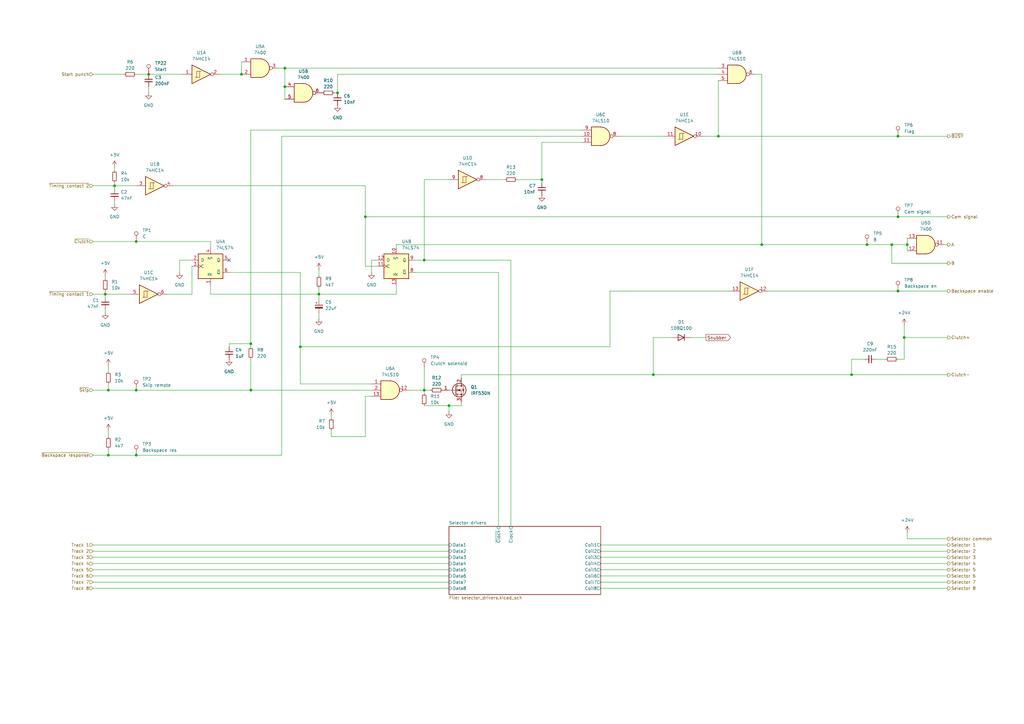
<source format=kicad_sch>
(kicad_sch (version 20231120) (generator "eeschema") (generator_version "8.0")
  (paper "A3")
  (title_block (title "Model 34 tape punch control") (date "2025-04-24") (rev "2.0") (company "Helsinki Hacklab Ry") (comment 1 "Vesa-Pekka Palmu") (comment 2 "License: CERN-OHL-P"))
  (lib_symbols
    (symbol "74xx:7400" (pin_names (offset 1.016))
      (property "Reference" "U" (at 0 1.27 0))
      (property "Value" "7400" (at 0 -1.27 0))
      (symbol "7400_1_1"
        (pin input line (at -7.62 2.54 0) (length 3.81) (name "~") (number "1"))
        (pin input line (at -7.62 -2.54 0) (length 3.81) (name "~") (number "2"))
        (pin output inverted (at 7.62 0 180) (length 3.81) (name "~") (number "3"))
      )
      (symbol "7400_1_2"
        (pin input inverted (at -7.62 2.54 0) (length 4.318) (name "~") (number "1"))
        (pin input inverted (at -7.62 -2.54 0) (length 4.318) (name "~") (number "2"))
        (pin output line (at 7.62 0 180) (length 3.81) (name "~") (number "3"))
      )
      (symbol "7400_2_1"
        (pin input line (at -7.62 2.54 0) (length 3.81) (name "~") (number "4"))
        (pin input line (at -7.62 -2.54 0) (length 3.81) (name "~") (number "5"))
        (pin output inverted (at 7.62 0 180) (length 3.81) (name "~") (number "6"))
      )
      (symbol "7400_2_2"
        (pin input inverted (at -7.62 2.54 0) (length 4.318) (name "~") (number "4"))
        (pin input inverted (at -7.62 -2.54 0) (length 4.318) (name "~") (number "5"))
        (pin output line (at 7.62 0 180) (length 3.81) (name "~") (number "6"))
      )
      (symbol "7400_3_1"
        (pin input line (at -7.62 -2.54 0) (length 3.81) (name "~") (number "10"))
        (pin output inverted (at 7.62 0 180) (length 3.81) (name "~") (number "8"))
        (pin input line (at -7.62 2.54 0) (length 3.81) (name "~") (number "9"))
      )
      (symbol "7400_3_2"
        (pin input inverted (at -7.62 -2.54 0) (length 4.318) (name "~") (number "10"))
        (pin output line (at 7.62 0 180) (length 3.81) (name "~") (number "8"))
        (pin input inverted (at -7.62 2.54 0) (length 4.318) (name "~") (number "9"))
      )
      (symbol "7400_4_1"
        (pin output inverted (at 7.62 0 180) (length 3.81) (name "~") (number "11"))
        (pin input line (at -7.62 2.54 0) (length 3.81) (name "~") (number "12"))
        (pin input line (at -7.62 -2.54 0) (length 3.81) (name "~") (number "13"))
      )
      (symbol "7400_4_2"
        (pin output line (at 7.62 0 180) (length 3.81) (name "~") (number "11"))
        (pin input inverted (at -7.62 2.54 0) (length 4.318) (name "~") (number "12"))
        (pin input inverted (at -7.62 -2.54 0) (length 4.318) (name "~") (number "13"))
      )
      (symbol "7400_5_0"
        (pin power_in line (at 0 12.7 270) (length 5.08) (name "VCC") (number "14"))
        (pin power_in line (at 0 -12.7 90) (length 5.08) (name "GND") (number "7"))
      )
    )
    (symbol "74xx:74HC14" (pin_names (offset 1.016))
      (property "Reference" "U" (at 0 1.27 0))
      (property "Value" "74HC14" (at 0 -1.27 0))
      (symbol "74HC14_1_0"
        (pin input line (at -7.62 0 0) (length 3.81) (name "~") (number "1"))
        (pin output inverted (at 7.62 0 180) (length 3.81) (name "~") (number "2"))
      )
      (symbol "74HC14_2_0"
        (pin input line (at -7.62 0 0) (length 3.81) (name "~") (number "3"))
        (pin output inverted (at 7.62 0 180) (length 3.81) (name "~") (number "4"))
      )
      (symbol "74HC14_3_0"
        (pin input line (at -7.62 0 0) (length 3.81) (name "~") (number "5"))
        (pin output inverted (at 7.62 0 180) (length 3.81) (name "~") (number "6"))
      )
      (symbol "74HC14_4_0"
        (pin output inverted (at 7.62 0 180) (length 3.81) (name "~") (number "8"))
        (pin input line (at -7.62 0 0) (length 3.81) (name "~") (number "9"))
      )
      (symbol "74HC14_5_0"
        (pin output inverted (at 7.62 0 180) (length 3.81) (name "~") (number "10"))
        (pin input line (at -7.62 0 0) (length 3.81) (name "~") (number "11"))
      )
      (symbol "74HC14_6_0"
        (pin output inverted (at 7.62 0 180) (length 3.81) (name "~") (number "12"))
        (pin input line (at -7.62 0 0) (length 3.81) (name "~") (number "13"))
      )
      (symbol "74HC14_7_0"
        (pin power_in line (at 0 12.7 270) (length 5.08) (name "VCC") (number "14"))
        (pin power_in line (at 0 -12.7 90) (length 5.08) (name "GND") (number "7"))
      )
    )
    (symbol "74xx:74LS10" (pin_names (offset 1.016))
      (property "Reference" "U" (at 0 1.27 0))
      (property "Value" "74LS10" (at 0 -1.27 0))
      (symbol "74LS10_1_1"
        (pin input line (at -7.62 2.54 0) (length 3.81) (name "~") (number "1"))
        (pin output inverted (at 7.62 0 180) (length 3.81) (name "~") (number "12"))
        (pin input line (at -7.62 -2.54 0) (length 3.81) (name "~") (number "13"))
        (pin input line (at -7.62 0 0) (length 3.81) (name "~") (number "2"))
      )
      (symbol "74LS10_1_2"
        (pin input inverted (at -7.62 2.54 0) (length 4.318) (name "~") (number "1"))
        (pin output line (at 7.62 0 180) (length 3.81) (name "~") (number "12"))
        (pin input inverted (at -7.62 -2.54 0) (length 4.318) (name "~") (number "13"))
        (pin input inverted (at -7.62 0 0) (length 4.953) (name "~") (number "2"))
      )
      (symbol "74LS10_2_1"
        (pin input line (at -7.62 2.54 0) (length 3.81) (name "~") (number "3"))
        (pin input line (at -7.62 0 0) (length 3.81) (name "~") (number "4"))
        (pin input line (at -7.62 -2.54 0) (length 3.81) (name "~") (number "5"))
        (pin output inverted (at 7.62 0 180) (length 3.81) (name "~") (number "6"))
      )
      (symbol "74LS10_2_2"
        (pin input inverted (at -7.62 2.54 0) (length 4.318) (name "~") (number "3"))
        (pin input inverted (at -7.62 0 0) (length 4.953) (name "~") (number "4"))
        (pin input inverted (at -7.62 -2.54 0) (length 4.318) (name "~") (number "5"))
        (pin output line (at 7.62 0 180) (length 3.81) (name "~") (number "6"))
      )
      (symbol "74LS10_3_1"
        (pin input line (at -7.62 0 0) (length 3.81) (name "~") (number "10"))
        (pin input line (at -7.62 -2.54 0) (length 3.81) (name "~") (number "11"))
        (pin output inverted (at 7.62 0 180) (length 3.81) (name "~") (number "8"))
        (pin input line (at -7.62 2.54 0) (length 3.81) (name "~") (number "9"))
      )
      (symbol "74LS10_3_2"
        (pin input inverted (at -7.62 0 0) (length 4.953) (name "~") (number "10"))
        (pin input inverted (at -7.62 -2.54 0) (length 4.318) (name "~") (number "11"))
        (pin output line (at 7.62 0 180) (length 3.81) (name "~") (number "8"))
        (pin input inverted (at -7.62 2.54 0) (length 4.318) (name "~") (number "9"))
      )
      (symbol "74LS10_4_0"
        (pin power_in line (at 0 12.7 270) (length 5.08) (name "VCC") (number "14"))
        (pin power_in line (at 0 -12.7 90) (length 5.08) (name "GND") (number "7"))
      )
    )
    (symbol "74xx:74LS74" (pin_names (offset 1.016))
      (property "Reference" "U" (at -7.62 8.89 0))
      (property "Value" "74LS74" (at -7.62 -8.89 0))
      (symbol "74LS74_1_0"
        (pin input line (at 0 -7.62 90) (length 2.54) (name "~{R}") (number "1"))
        (pin input line (at -7.62 2.54 0) (length 2.54) (name "D") (number "2"))
        (pin input clock (at -7.62 0 0) (length 2.54) (name "C") (number "3"))
        (pin input line (at 0 7.62 270) (length 2.54) (name "~{S}") (number "4"))
        (pin output line (at 7.62 2.54 180) (length 2.54) (name "Q") (number "5"))
        (pin output line (at 7.62 -2.54 180) (length 2.54) (name "~{Q}") (number "6"))
      )
      (symbol "74LS74_2_0"
        (pin input line (at 0 7.62 270) (length 2.54) (name "~{S}") (number "10"))
        (pin input clock (at -7.62 0 0) (length 2.54) (name "C") (number "11"))
        (pin input line (at -7.62 2.54 0) (length 2.54) (name "D") (number "12"))
        (pin input line (at 0 -7.62 90) (length 2.54) (name "~{R}") (number "13"))
        (pin output line (at 7.62 -2.54 180) (length 2.54) (name "~{Q}") (number "8"))
        (pin output line (at 7.62 2.54 180) (length 2.54) (name "Q") (number "9"))
      )
      (symbol "74LS74_3_0"
        (pin power_in line (at 0 10.16 270) (length 2.54) (name "VCC") (number "14"))
        (pin power_in line (at 0 -10.16 90) (length 2.54) (name "GND") (number "7"))
      )
    )
    (symbol "Connector:TestPoint" (pin_numbers hide) (pin_names (offset 0.762) hide)
      (property "Reference" "TP" (at 0 6.858 0))
      (property "Value" "TestPoint" (at 0 5.08 0))
      (symbol "TestPoint_1_1"
        (pin passive line (at 0 0 90) (length 2.54) (name "1") (number "1"))
      )
    )
    (symbol "Device:C_Polarized_Small" (pin_numbers hide) (pin_names (offset 0.254) hide)
      (property "Reference" "C" (at 0.254 1.778 0))
      (property "Value" "C_Polarized_Small" (at 0.254 -2.032 0))
      (symbol "C_Polarized_Small_1_1"
        (pin passive line (at 0 2.54 270) (length 1.8542) (name "~") (number "1"))
        (pin passive line (at 0 -2.54 90) (length 1.8542) (name "~") (number "2"))
      )
    )
    (symbol "Device:C_Small" (pin_numbers hide) (pin_names (offset 0.254) hide)
      (property "Reference" "C" (at 0.254 1.778 0))
      (property "Value" "C_Small" (at 0.254 -2.032 0))
      (symbol "C_Small_1_1"
        (pin passive line (at 0 2.54 270) (length 2.032) (name "~") (number "1"))
        (pin passive line (at 0 -2.54 90) (length 2.032) (name "~") (number "2"))
      )
    )
    (symbol "Device:D" (pin_numbers hide) (pin_names (offset 1.016) hide)
      (property "Reference" "D" (at 0 2.54 0))
      (property "Value" "D" (at 0 -2.54 0))
      (symbol "D_1_1"
        (pin passive line (at -3.81 0 0) (length 2.54) (name "K") (number "1"))
        (pin passive line (at 3.81 0 180) (length 2.54) (name "A") (number "2"))
      )
    )
    (symbol "Device:R_Small" (pin_numbers hide) (pin_names (offset 0.254) hide)
      (property "Reference" "R" (at 0.762 0.508 0))
      (property "Value" "R_Small" (at 0.762 -1.016 0))
      (symbol "R_Small_1_1"
        (pin passive line (at 0 2.54 270) (length 0.762) (name "~") (number "1"))
        (pin passive line (at 0 -2.54 90) (length 0.762) (name "~") (number "2"))
      )
    )
    (symbol "Transistor_FET:IRF540N" (pin_names hide)
      (property "Reference" "Q" (at 5.08 1.905 0))
      (property "Value" "IRF540N" (at 5.08 0 0))
      (symbol "IRF540N_1_1"
        (pin input line (at -5.08 0 0) (length 2.54) (name "G") (number "1"))
        (pin passive line (at 2.54 5.08 270) (length 2.54) (name "D") (number "2"))
        (pin passive line (at 2.54 -5.08 90) (length 2.54) (name "S") (number "3"))
      )
    )
    (symbol "power:+24V" (power) (pin_numbers hide) (pin_names (offset 0) hide)
      (property "Value" "+24V" (at 0 3.556 0))
      (symbol "+24V_1_1"
        (pin power_in line (at 0 0 90) (length 0) (name "~") (number "1"))
      )
    )
    (symbol "power:+5V" (power) (pin_numbers hide) (pin_names (offset 0) hide)
      (property "Value" "+5V" (at 0 3.556 0))
      (symbol "+5V_1_1"
        (pin power_in line (at 0 0 90) (length 0) (name "~") (number "1"))
      )
    )
    (symbol "power:GND" (power) (pin_numbers hide) (pin_names (offset 0) hide)
      (property "Value" "GND" (at 0 -3.81 0))
      (symbol "GND_1_1"
        (pin power_in line (at 0 0 270) (length 0) (name "~") (number "1"))
      )
    )
  )
  (junction (at 55.88 99.06))
  (junction (at 368.3 119.38))
  (junction (at 55.88 160.02))
  (junction (at 43.18 120.65))
  (junction (at 149.86 88.9))
  (junction (at 123.19 142.24))
  (junction (at 365.76 100.33))
  (junction (at 44.45 186.69))
  (junction (at 267.97 153.67))
  (junction (at 130.81 120.65))
  (junction (at 102.87 140.97))
  (junction (at 370.84 138.43))
  (junction (at 368.3 88.9))
  (junction (at 312.42 100.33))
  (junction (at 173.99 106.68))
  (junction (at 60.96 30.48))
  (junction (at 372.11 100.33))
  (junction (at 173.99 160.02))
  (junction (at 222.25 73.66))
  (junction (at 55.88 186.69))
  (junction (at 116.84 27.94))
  (junction (at 184.15 166.37))
  (junction (at 355.6 100.33))
  (junction (at 44.45 160.02))
  (junction (at 294.64 55.88))
  (junction (at 46.99 76.2))
  (junction (at 349.25 153.67))
  (junction (at 138.43 38.1))
  (junction (at 102.87 160.02))
  (junction (at 99.06 30.48))
  (junction (at 368.3 55.88))
  (junction (at 116.84 35.56))
  (no_connect (at 93.98 106.68))
  (wire (pts (xy 199.39 73.66) (xy 207.01 73.66)))
  (wire (pts (xy 209.55 215.9) (xy 209.55 106.68)))
  (wire (pts (xy 130.81 128.27) (xy 130.81 130.81)))
  (wire (pts (xy 250.19 142.24) (xy 123.19 142.24)))
  (wire (pts (xy 365.76 107.95) (xy 365.76 100.33)))
  (wire (pts (xy 152.4 157.48) (xy 123.19 157.48)))
  (wire (pts (xy 114.3 27.94) (xy 116.84 27.94)))
  (wire (pts (xy 355.6 100.33) (xy 365.76 100.33)))
  (wire (pts (xy 43.18 119.38) (xy 43.18 120.65)))
  (wire (pts (xy 370.84 133.35) (xy 370.84 138.43)))
  (wire (pts (xy 55.88 30.48) (xy 60.96 30.48)))
  (wire (pts (xy 38.1 120.65) (xy 43.18 120.65)))
  (wire (pts (xy 372.11 100.33) (xy 365.76 100.33)))
  (wire (pts (xy 372.11 218.44) (xy 372.11 220.98)))
  (wire (pts (xy 73.66 106.68) (xy 73.66 111.76)))
  (wire (pts (xy 370.84 138.43) (xy 370.84 147.32)))
  (wire (pts (xy 189.23 153.67) (xy 189.23 154.94)))
  (wire (pts (xy 238.76 58.42) (xy 222.25 58.42)))
  (wire (pts (xy 254 55.88) (xy 273.05 55.88)))
  (wire (pts (xy 246.38 223.52) (xy 388.62 223.52)))
  (wire (pts (xy 149.86 76.2) (xy 149.86 88.9)))
  (wire (pts (xy 288.29 55.88) (xy 294.64 55.88)))
  (wire (pts (xy 267.97 138.43) (xy 267.97 153.67)))
  (wire (pts (xy 38.1 236.22) (xy 184.15 236.22)))
  (wire (pts (xy 46.99 82.55) (xy 46.99 83.82)))
  (wire (pts (xy 349.25 147.32) (xy 349.25 153.67)))
  (wire (pts (xy 312.42 30.48) (xy 312.42 100.33)))
  (wire (pts (xy 44.45 176.53) (xy 44.45 179.07)))
  (wire (pts (xy 130.81 118.11) (xy 130.81 120.65)))
  (wire (pts (xy 370.84 138.43) (xy 388.62 138.43)))
  (wire (pts (xy 388.62 100.33) (xy 387.35 100.33)))
  (wire (pts (xy 204.47 215.9) (xy 204.47 111.76)))
  (wire (pts (xy 86.36 99.06) (xy 86.36 101.6)))
  (wire (pts (xy 46.99 68.58) (xy 46.99 69.85)))
  (wire (pts (xy 149.86 162.56) (xy 149.86 179.07)))
  (wire (pts (xy 184.15 168.91) (xy 184.15 166.37)))
  (wire (pts (xy 372.11 220.98) (xy 388.62 220.98)))
  (wire (pts (xy 130.81 120.65) (xy 162.56 120.65)))
  (wire (pts (xy 154.94 109.22) (xy 149.86 109.22)))
  (wire (pts (xy 38.1 186.69) (xy 44.45 186.69)))
  (wire (pts (xy 250.19 119.38) (xy 299.72 119.38)))
  (wire (pts (xy 102.87 160.02) (xy 152.4 160.02)))
  (wire (pts (xy 246.38 236.22) (xy 388.62 236.22)))
  (wire (pts (xy 246.38 241.3) (xy 388.62 241.3)))
  (wire (pts (xy 43.18 113.03) (xy 43.18 114.3)))
  (wire (pts (xy 138.43 30.48) (xy 294.64 30.48)))
  (wire (pts (xy 184.15 166.37) (xy 189.23 166.37)))
  (wire (pts (xy 152.4 106.68) (xy 154.94 106.68)))
  (wire (pts (xy 246.38 231.14) (xy 388.62 231.14)))
  (wire (pts (xy 44.45 149.86) (xy 44.45 152.4)))
  (wire (pts (xy 246.38 226.06) (xy 388.62 226.06)))
  (wire (pts (xy 149.86 162.56) (xy 152.4 162.56)))
  (wire (pts (xy 222.25 73.66) (xy 222.25 74.93)))
  (wire (pts (xy 135.89 170.18) (xy 135.89 171.45)))
  (wire (pts (xy 38.1 30.48) (xy 50.8 30.48)))
  (wire (pts (xy 44.45 184.15) (xy 44.45 186.69)))
  (wire (pts (xy 116.84 27.94) (xy 294.64 27.94)))
  (wire (pts (xy 55.88 160.02) (xy 102.87 160.02)))
  (wire (pts (xy 222.25 58.42) (xy 222.25 73.66)))
  (wire (pts (xy 189.23 165.1) (xy 189.23 166.37)))
  (wire (pts (xy 173.99 151.13) (xy 173.99 160.02)))
  (wire (pts (xy 99.06 25.4) (xy 99.06 30.48)))
  (wire (pts (xy 130.81 120.65) (xy 130.81 123.19)))
  (wire (pts (xy 130.81 110.49) (xy 130.81 113.03)))
  (wire (pts (xy 138.43 30.48) (xy 138.43 38.1)))
  (wire (pts (xy 173.99 73.66) (xy 184.15 73.66)))
  (wire (pts (xy 60.96 30.48) (xy 74.93 30.48)))
  (wire (pts (xy 43.18 127) (xy 43.18 128.27)))
  (wire (pts (xy 246.38 238.76) (xy 388.62 238.76)))
  (wire (pts (xy 167.64 160.02) (xy 173.99 160.02)))
  (wire (pts (xy 93.98 140.97) (xy 102.87 140.97)))
  (wire (pts (xy 314.96 119.38) (xy 368.3 119.38)))
  (wire (pts (xy 222.25 73.66) (xy 212.09 73.66)))
  (wire (pts (xy 38.1 233.68) (xy 184.15 233.68)))
  (wire (pts (xy 44.45 186.69) (xy 55.88 186.69)))
  (wire (pts (xy 90.17 30.48) (xy 99.06 30.48)))
  (wire (pts (xy 55.88 99.06) (xy 86.36 99.06)))
  (wire (pts (xy 78.74 106.68) (xy 73.66 106.68)))
  (wire (pts (xy 43.18 120.65) (xy 43.18 121.92)))
  (wire (pts (xy 38.1 228.6) (xy 184.15 228.6)))
  (wire (pts (xy 46.99 74.93) (xy 46.99 76.2)))
  (wire (pts (xy 102.87 140.97) (xy 102.87 142.24)))
  (wire (pts (xy 38.1 231.14) (xy 184.15 231.14)))
  (wire (pts (xy 38.1 241.3) (xy 184.15 241.3)))
  (wire (pts (xy 309.88 30.48) (xy 312.42 30.48)))
  (wire (pts (xy 46.99 76.2) (xy 55.88 76.2)))
  (wire (pts (xy 275.59 138.43) (xy 267.97 138.43)))
  (wire (pts (xy 267.97 153.67) (xy 349.25 153.67)))
  (wire (pts (xy 294.64 33.02) (xy 294.64 55.88)))
  (wire (pts (xy 162.56 100.33) (xy 312.42 100.33)))
  (wire (pts (xy 135.89 179.07) (xy 149.86 179.07)))
  (wire (pts (xy 388.62 107.95) (xy 365.76 107.95)))
  (wire (pts (xy 204.47 111.76) (xy 170.18 111.76)))
  (wire (pts (xy 38.1 76.2) (xy 46.99 76.2)))
  (wire (pts (xy 115.57 55.88) (xy 238.76 55.88)))
  (wire (pts (xy 388.62 119.38) (xy 368.3 119.38)))
  (wire (pts (xy 173.99 160.02) (xy 173.99 161.29)))
  (wire (pts (xy 173.99 160.02) (xy 176.53 160.02)))
  (wire (pts (xy 173.99 73.66) (xy 173.99 106.68)))
  (wire (pts (xy 93.98 142.24) (xy 93.98 140.97)))
  (wire (pts (xy 162.56 120.65) (xy 162.56 116.84)))
  (wire (pts (xy 368.3 147.32) (xy 370.84 147.32)))
  (wire (pts (xy 102.87 147.32) (xy 102.87 160.02)))
  (wire (pts (xy 312.42 100.33) (xy 355.6 100.33)))
  (wire (pts (xy 86.36 116.84) (xy 86.36 120.65)))
  (wire (pts (xy 71.12 76.2) (xy 149.86 76.2)))
  (wire (pts (xy 44.45 157.48) (xy 44.45 160.02)))
  (wire (pts (xy 162.56 100.33) (xy 162.56 101.6)))
  (wire (pts (xy 93.98 111.76) (xy 123.19 111.76)))
  (wire (pts (xy 116.84 35.56) (xy 116.84 27.94)))
  (wire (pts (xy 135.89 176.53) (xy 135.89 179.07)))
  (wire (pts (xy 38.1 223.52) (xy 184.15 223.52)))
  (wire (pts (xy 349.25 153.67) (xy 388.62 153.67)))
  (wire (pts (xy 372.11 100.33) (xy 372.11 102.87)))
  (wire (pts (xy 115.57 55.88) (xy 115.57 186.69)))
  (wire (pts (xy 359.41 147.32) (xy 363.22 147.32)))
  (wire (pts (xy 152.4 106.68) (xy 152.4 111.76)))
  (wire (pts (xy 44.45 160.02) (xy 55.88 160.02)))
  (wire (pts (xy 294.64 55.88) (xy 368.3 55.88)))
  (wire (pts (xy 283.21 138.43) (xy 289.56 138.43)))
  (wire (pts (xy 55.88 186.69) (xy 115.57 186.69)))
  (wire (pts (xy 189.23 153.67) (xy 267.97 153.67)))
  (wire (pts (xy 246.38 233.68) (xy 388.62 233.68)))
  (wire (pts (xy 60.96 35.56) (xy 60.96 38.1)))
  (wire (pts (xy 86.36 120.65) (xy 130.81 120.65)))
  (wire (pts (xy 250.19 119.38) (xy 250.19 142.24)))
  (wire (pts (xy 123.19 111.76) (xy 123.19 142.24)))
  (wire (pts (xy 38.1 226.06) (xy 184.15 226.06)))
  (wire (pts (xy 43.18 120.65) (xy 53.34 120.65)))
  (wire (pts (xy 246.38 228.6) (xy 388.62 228.6)))
  (wire (pts (xy 123.19 142.24) (xy 123.19 157.48)))
  (wire (pts (xy 170.18 106.68) (xy 173.99 106.68)))
  (wire (pts (xy 38.1 238.76) (xy 184.15 238.76)))
  (wire (pts (xy 149.86 88.9) (xy 368.3 88.9)))
  (wire (pts (xy 38.1 160.02) (xy 44.45 160.02)))
  (wire (pts (xy 46.99 76.2) (xy 46.99 77.47)))
  (wire (pts (xy 368.3 55.88) (xy 388.62 55.88)))
  (wire (pts (xy 372.11 97.79) (xy 372.11 100.33)))
  (wire (pts (xy 137.16 38.1) (xy 138.43 38.1)))
  (wire (pts (xy 102.87 140.97) (xy 102.87 53.34)))
  (wire (pts (xy 78.74 120.65) (xy 78.74 109.22)))
  (wire (pts (xy 368.3 88.9) (xy 388.62 88.9)))
  (wire (pts (xy 173.99 106.68) (xy 209.55 106.68)))
  (wire (pts (xy 354.33 147.32) (xy 349.25 147.32)))
  (wire (pts (xy 102.87 53.34) (xy 238.76 53.34)))
  (wire (pts (xy 38.1 99.06) (xy 55.88 99.06)))
  (wire (pts (xy 184.15 166.37) (xy 173.99 166.37)))
  (wire (pts (xy 149.86 88.9) (xy 149.86 109.22)))
  (wire (pts (xy 116.84 35.56) (xy 116.84 40.64)))
  (wire (pts (xy 68.58 120.65) (xy 78.74 120.65)))
  (global_label "Snubber" (shape output) (at 289.56 138.43 0) (property "Intersheetrefs" "${INTERSHEET_REFS}" (effects (hide yes))))
  (hierarchical_label "Clutch+" (shape output) (at 388.62 138.43 0))
  (hierarchical_label "Selector 5" (shape output) (at 388.62 233.68 0))
  (hierarchical_label "Selector 8" (shape output) (at 388.62 241.3 0))
  (hierarchical_label "Track 2" (shape input) (at 38.1 226.06 180))
  (hierarchical_label "~{Skip}" (shape input) (at 38.1 160.02 180))
  (hierarchical_label "Selector 1" (shape output) (at 388.62 223.52 0))
  (hierarchical_label "~{Timing contact 2}" (shape input) (at 38.1 76.2 180))
  (hierarchical_label "Clutch-" (shape output) (at 388.62 153.67 0))
  (hierarchical_label "Selector 3" (shape output) (at 388.62 228.6 0))
  (hierarchical_label "Start punch" (shape input) (at 38.1 30.48 180))
  (hierarchical_label "Selector common" (shape output) (at 388.62 220.98 0))
  (hierarchical_label "Backspace enable" (shape output) (at 388.62 119.38 0))
  (hierarchical_label "Track 1" (shape input) (at 38.1 223.52 180))
  (hierarchical_label "Track 5" (shape input) (at 38.1 233.68 180))
  (hierarchical_label "Track 8" (shape input) (at 38.1 241.3 180))
  (hierarchical_label "Track 4" (shape input) (at 38.1 231.14 180))
  (hierarchical_label "Selector 2" (shape output) (at 388.62 226.06 0))
  (hierarchical_label "Cam signal" (shape output) (at 388.62 88.9 0))
  (hierarchical_label "Track 3" (shape input) (at 38.1 228.6 180))
  (hierarchical_label "~{Backspace response}" (shape input) (at 38.1 186.69 180))
  (hierarchical_label "Selector 6" (shape output) (at 388.62 236.22 0))
  (hierarchical_label "A" (shape output) (at 388.62 100.33 0))
  (hierarchical_label "Track 7" (shape input) (at 38.1 238.76 180))
  (hierarchical_label "Track 6" (shape input) (at 38.1 236.22 180))
  (hierarchical_label "Selector 4" (shape output) (at 388.62 231.14 0))
  (hierarchical_label "~{Clutch}" (shape input) (at 38.1 99.06 180))
  (hierarchical_label "~{BUSY}" (shape output) (at 388.62 55.88 0))
  (hierarchical_label "B" (shape output) (at 388.62 107.95 0))
  (hierarchical_label "Selector 7" (shape output) (at 388.62 238.76 0))
  (hierarchical_label "~{Timing contact 1}" (shape input) (at 38.1 120.65 180))
  (symbol (lib_id "74xx:74HC14") (at 60.96 120.65 0) (unit 3)
    (property "Reference" "U1" (at 60.96 111.76 0))
    (property "Value" "74HC14" (at 60.96 114.3 0))
    (property "Footprint" "Package_SO:SOIC-14_3.9x8.7mm_P1.27mm" (effects (hide yes)))
    (property "Datasheet" "http://www.ti.com/lit/gpn/sn74HC14" (effects (hide yes)))
    (property "Description" "Hex inverter schmitt trigger" (effects (hide yes)))
  )
  (symbol (lib_id "Connector:TestPoint") (at 55.88 186.69 0) (unit 1)
    (property "Reference" "TP3" (at 58.42 182.1179 0) (effects (justify left)))
    (property "Value" "Backspace res" (at 58.42 184.6579 0) (effects (justify left)))
    (property "Footprint" "TestPoint:TestPoint_Loop_D2.54mm_Drill1.5mm_Beaded" (effects (hide yes)))
    (property "Description" "test point" (effects (hide yes)))
  )
  (symbol (lib_id "Device:R_Small") (at 209.55 73.66 270) (mirror x) (unit 1)
    (property "Reference" "R13" (at 209.55 68.58 90))
    (property "Value" "220" (at 209.55 71.12 90))
    (property "Footprint" "Resistor_SMD:R_0805_2012Metric_Pad1.20x1.40mm_HandSolder" (effects (hide yes)))
    (property "Description" "Resistor, small symbol" (effects (hide yes)))
  )
  (symbol (lib_id "74xx:7400") (at 106.68 27.94 0) (unit 1)
    (property "Reference" "U5" (at 106.6717 19.05 0))
    (property "Value" "7400" (at 106.6717 21.59 0))
    (property "Footprint" "Package_SO:SOIC-14_3.9x8.7mm_P1.27mm" (effects (hide yes)))
    (property "Datasheet" "http://www.ti.com/lit/gpn/sn7400" (effects (hide yes)))
    (property "Description" "quad 2-input NAND gate" (effects (hide yes)))
  )
  (symbol (lib_id "74xx:74LS74") (at 86.36 109.22 0) (unit 1)
    (property "Reference" "U4" (at 88.5541 99.06 0) (effects (justify left)))
    (property "Value" "74LS74" (at 88.5541 101.6 0) (effects (justify left)))
    (property "Footprint" "Package_SO:SOIC-14_3.9x8.7mm_P1.27mm" (effects (hide yes)))
    (property "Datasheet" "74xx/74hc_hct74.pdf" (effects (hide yes)))
    (property "Description" "Dual D Flip-flop, Set & Reset" (effects (hide yes)))
  )
  (symbol (lib_id "power:GND") (at 46.99 83.82 0) (mirror y) (unit 1)
    (property "Reference" "#PWR06" (effects (hide yes)))
    (property "Value" "GND" (at 46.99 88.9 0))
    (property "Description" "Power symbol creates a global label with name \"GND\" , ground" (effects (hide yes)))
  )
  (symbol (lib_id "Device:R_Small") (at 102.87 144.78 0) (unit 1)
    (property "Reference" "R8" (at 105.41 143.5099 0) (effects (justify left)))
    (property "Value" "220" (at 105.41 146.0499 0) (effects (justify left)))
    (property "Footprint" "Resistor_SMD:R_0805_2012Metric_Pad1.20x1.40mm_HandSolder" (effects (hide yes)))
    (property "Description" "Resistor, small symbol" (effects (hide yes)))
  )
  (symbol (lib_id "power:GND") (at 222.25 80.01 0) (mirror y) (unit 1)
    (property "Reference" "#PWR025" (effects (hide yes)))
    (property "Value" "GND" (at 222.25 85.09 0))
    (property "Description" "Power symbol creates a global label with name \"GND\" , ground" (effects (hide yes)))
  )
  (symbol (lib_id "Device:R_Small") (at 135.89 173.99 0) (mirror y) (unit 1)
    (property "Reference" "R7" (at 133.35 172.7199 0) (effects (justify left)))
    (property "Value" "10k" (at 133.35 175.2599 0) (effects (justify left)))
    (property "Footprint" "Resistor_SMD:R_0805_2012Metric_Pad1.20x1.40mm_HandSolder" (effects (hide yes)))
    (property "Description" "Resistor, small symbol" (effects (hide yes)))
  )
  (symbol (lib_id "Device:C_Small") (at 43.18 124.46 0) (mirror y) (unit 1)
    (property "Reference" "C1" (at 40.64 123.1962 0) (effects (justify left)))
    (property "Value" "47nF" (at 40.64 125.7362 0) (effects (justify left)))
    (property "Footprint" "Capacitor_SMD:C_0805_2012Metric_Pad1.18x1.45mm_HandSolder" (effects (hide yes)))
    (property "Description" "Unpolarized capacitor, small symbol" (effects (hide yes)))
  )
  (symbol (lib_id "Connector:TestPoint") (at 368.3 88.9 0) (unit 1)
    (property "Reference" "TP7" (at 370.84 84.3279 0) (effects (justify left)))
    (property "Value" "Cam signal" (at 370.84 86.8679 0) (effects (justify left)))
    (property "Footprint" "TestPoint:TestPoint_Loop_D2.54mm_Drill1.5mm_Beaded" (effects (hide yes)))
    (property "Description" "test point" (effects (hide yes)))
  )
  (symbol (lib_id "74xx:74LS10") (at 160.02 160.02 0) (unit 1)
    (property "Reference" "U6" (at 160.0117 151.13 0))
    (property "Value" "74LS10" (at 160.0117 153.67 0))
    (property "Footprint" "Package_SO:SOIC-14_3.9x8.7mm_P1.27mm" (effects (hide yes)))
    (property "Datasheet" "http://www.ti.com/lit/gpn/sn74LS10" (effects (hide yes)))
    (property "Description" "Triple 3-input NAND" (effects (hide yes)))
  )
  (symbol (lib_id "power:+5V") (at 44.45 176.53 0) (unit 1)
    (property "Reference" "#PWR03" (effects (hide yes)))
    (property "Value" "+5V" (at 44.45 171.45 0))
    (property "Description" "Power symbol creates a global label with name \"+5V\"" (effects (hide yes)))
  )
  (symbol (lib_id "Device:C_Small") (at 222.25 77.47 0) (mirror y) (unit 1)
    (property "Reference" "C7" (at 219.71 76.2062 0) (effects (justify left)))
    (property "Value" "10nF" (at 219.71 78.7462 0) (effects (justify left)))
    (property "Footprint" "Capacitor_SMD:C_0805_2012Metric_Pad1.18x1.45mm_HandSolder" (effects (hide yes)))
    (property "Description" "Unpolarized capacitor, small symbol" (effects (hide yes)))
  )
  (symbol (lib_id "74xx:74HC14") (at 82.55 30.48 0) (unit 1)
    (property "Reference" "U1" (at 82.55 21.59 0))
    (property "Value" "74HC14" (at 82.55 24.13 0))
    (property "Footprint" "Package_SO:SOIC-14_3.9x8.7mm_P1.27mm" (effects (hide yes)))
    (property "Datasheet" "http://www.ti.com/lit/gpn/sn74HC14" (effects (hide yes)))
    (property "Description" "Hex inverter schmitt trigger" (effects (hide yes)))
  )
  (symbol (lib_id "Device:R_Small") (at 365.76 147.32 90) (unit 1)
    (property "Reference" "R15" (at 365.76 142.24 90))
    (property "Value" "220" (at 365.76 144.78 90))
    (property "Footprint" "Resistor_SMD:R_0805_2012Metric_Pad1.20x1.40mm_HandSolder" (effects (hide yes)))
    (property "Description" "Resistor, small symbol" (effects (hide yes)))
  )
  (symbol (lib_id "Device:C_Small") (at 60.96 33.02 0) (unit 1)
    (property "Reference" "C3" (at 63.5 31.7562 0) (effects (justify left)))
    (property "Value" "200nF" (at 63.5 34.2962 0) (effects (justify left)))
    (property "Footprint" "Capacitor_SMD:C_0805_2012Metric_Pad1.18x1.45mm_HandSolder" (effects (hide yes)))
    (property "Description" "Unpolarized capacitor, small symbol" (effects (hide yes)))
  )
  (symbol (lib_id "power:GND") (at 184.15 168.91 0) (unit 1)
    (property "Reference" "#PWR022" (effects (hide yes)))
    (property "Value" "GND" (at 184.15 173.99 0))
    (property "Description" "Power symbol creates a global label with name \"GND\" , ground" (effects (hide yes)))
  )
  (symbol (lib_id "Connector:TestPoint") (at 368.3 119.38 0) (unit 1)
    (property "Reference" "TP8" (at 370.84 114.8079 0) (effects (justify left)))
    (property "Value" "Backspace en" (at 370.84 117.3479 0) (effects (justify left)))
    (property "Footprint" "TestPoint:TestPoint_Loop_D2.54mm_Drill1.5mm_Beaded" (effects (hide yes)))
    (property "Description" "test point" (effects (hide yes)))
  )
  (symbol (lib_id "Connector:TestPoint") (at 60.96 30.48 0) (unit 1)
    (property "Reference" "TP22" (at 63.5 25.9079 0) (effects (justify left)))
    (property "Value" "Start" (at 63.5 28.4479 0) (effects (justify left)))
    (property "Footprint" "TestPoint:TestPoint_Loop_D2.54mm_Drill1.5mm_Beaded" (effects (hide yes)))
    (property "Description" "test point" (effects (hide yes)))
  )
  (symbol (lib_id "power:GND") (at 93.98 147.32 0) (unit 1)
    (property "Reference" "#PWR017" (effects (hide yes)))
    (property "Value" "GND" (at 93.98 152.4 0))
    (property "Description" "Power symbol creates a global label with name \"GND\" , ground" (effects (hide yes)))
  )
  (symbol (lib_id "74xx:74LS74") (at 162.56 109.22 0) (unit 2)
    (property "Reference" "U4" (at 164.7541 99.06 0) (effects (justify left)))
    (property "Value" "74LS74" (at 164.7541 101.6 0) (effects (justify left)))
    (property "Footprint" "Package_SO:SOIC-14_3.9x8.7mm_P1.27mm" (effects (hide yes)))
    (property "Datasheet" "74xx/74hc_hct74.pdf" (effects (hide yes)))
    (property "Description" "Dual D Flip-flop, Set & Reset" (effects (hide yes)))
  )
  (symbol (lib_id "power:GND") (at 60.96 38.1 0) (unit 1)
    (property "Reference" "#PWR011" (effects (hide yes)))
    (property "Value" "GND" (at 60.96 43.18 0))
    (property "Description" "Power symbol creates a global label with name \"GND\" , ground" (effects (hide yes)))
  )
  (symbol (lib_id "74xx:74LS10") (at 302.26 30.48 0) (unit 2)
    (property "Reference" "U6" (at 302.2517 21.59 0))
    (property "Value" "74LS10" (at 302.2517 24.13 0))
    (property "Footprint" "Package_SO:SOIC-14_3.9x8.7mm_P1.27mm" (effects (hide yes)))
    (property "Datasheet" "http://www.ti.com/lit/gpn/sn74LS10" (effects (hide yes)))
    (property "Description" "Triple 3-input NAND" (effects (hide yes)))
  )
  (symbol (lib_id "power:+5V") (at 135.89 170.18 0) (mirror y) (unit 1)
    (property "Reference" "#PWR08" (effects (hide yes)))
    (property "Value" "+5V" (at 135.89 165.1 0))
    (property "Description" "Power symbol creates a global label with name \"+5V\"" (effects (hide yes)))
  )
  (symbol (lib_id "Connector:TestPoint") (at 355.6 100.33 0) (unit 1)
    (property "Reference" "TP5" (at 358.14 95.7579 0) (effects (justify left)))
    (property "Value" "B" (at 358.14 98.2979 0) (effects (justify left)))
    (property "Footprint" "TestPoint:TestPoint_Loop_D2.54mm_Drill1.5mm_Beaded" (effects (hide yes)))
    (property "Description" "test point" (effects (hide yes)))
  )
  (symbol (lib_id "74xx:74HC14") (at 307.34 119.38 0) (unit 6)
    (property "Reference" "U1" (at 307.34 110.49 0))
    (property "Value" "74HC14" (at 307.34 113.03 0))
    (property "Footprint" "Package_SO:SOIC-14_3.9x8.7mm_P1.27mm" (effects (hide yes)))
    (property "Datasheet" "http://www.ti.com/lit/gpn/sn74HC14" (effects (hide yes)))
    (property "Description" "Hex inverter schmitt trigger" (effects (hide yes)))
  )
  (symbol (lib_id "power:+5V") (at 46.99 68.58 0) (mirror y) (unit 1)
    (property "Reference" "#PWR05" (effects (hide yes)))
    (property "Value" "+5V" (at 46.99 63.5 0))
    (property "Description" "Power symbol creates a global label with name \"+5V\"" (effects (hide yes)))
  )
  (symbol (lib_id "power:GND") (at 138.43 43.18 0) (unit 1)
    (property "Reference" "#PWR020" (effects (hide yes)))
    (property "Value" "GND" (at 138.43 48.26 0))
    (property "Description" "Power symbol creates a global label with name \"GND\" , ground" (effects (hide yes)))
  )
  (symbol (lib_id "power:GND") (at 73.66 111.76 0) (unit 1)
    (property "Reference" "#PWR014" (effects (hide yes)))
    (property "Value" "GND" (at 73.66 116.84 0))
    (property "Description" "Power symbol creates a global label with name \"GND\" , ground" (effects (hide yes)))
  )
  (symbol (lib_id "Connector:TestPoint") (at 173.99 151.13 0) (unit 1)
    (property "Reference" "TP4" (at 176.53 146.5579 0) (effects (justify left)))
    (property "Value" "Clutch solenoid" (at 176.53 149.0979 0) (effects (justify left)))
    (property "Footprint" "TestPoint:TestPoint_Loop_D2.54mm_Drill1.5mm_Beaded" (effects (hide yes)))
    (property "Description" "test point" (effects (hide yes)))
  )
  (symbol (lib_id "power:+5V") (at 44.45 149.86 0) (unit 1)
    (property "Reference" "#PWR04" (effects (hide yes)))
    (property "Value" "+5V" (at 44.45 144.78 0))
    (property "Description" "Power symbol creates a global label with name \"+5V\"" (effects (hide yes)))
  )
  (symbol (lib_id "74xx:7400") (at 379.73 100.33 0) (mirror x) (unit 4)
    (property "Reference" "U5" (at 379.7217 91.44 0))
    (property "Value" "7400" (at 379.7217 93.98 0))
    (property "Footprint" "Package_SO:SOIC-14_3.9x8.7mm_P1.27mm" (effects (hide yes)))
    (property "Datasheet" "http://www.ti.com/lit/gpn/sn7400" (effects (hide yes)))
    (property "Description" "quad 2-input NAND gate" (effects (hide yes)))
  )
  (symbol (lib_id "Device:R_Small") (at 53.34 30.48 270) (unit 1)
    (property "Reference" "R6" (at 53.34 25.4 90))
    (property "Value" "220" (at 53.34 27.94 90))
    (property "Footprint" "Resistor_SMD:R_0805_2012Metric_Pad1.20x1.40mm_HandSolder" (effects (hide yes)))
    (property "Description" "Resistor, small symbol" (effects (hide yes)))
  )
  (symbol (lib_id "Connector:TestPoint") (at 55.88 160.02 0) (unit 1)
    (property "Reference" "TP2" (at 58.42 155.4479 0) (effects (justify left)))
    (property "Value" "Skip remote" (at 58.42 157.9879 0) (effects (justify left)))
    (property "Footprint" "TestPoint:TestPoint_Loop_D2.54mm_Drill1.5mm_Beaded" (effects (hide yes)))
    (property "Description" "test point" (effects (hide yes)))
  )
  (symbol (lib_id "Device:R_Small") (at 44.45 181.61 0) (unit 1)
    (property "Reference" "R2" (at 46.99 180.3399 0) (effects (justify left)))
    (property "Value" "4k7" (at 46.99 182.8799 0) (effects (justify left)))
    (property "Footprint" "Resistor_SMD:R_0805_2012Metric_Pad1.20x1.40mm_HandSolder" (effects (hide yes)))
    (property "Description" "Resistor, small symbol" (effects (hide yes)))
  )
  (symbol (lib_id "Device:D") (at 279.4 138.43 180) (unit 1)
    (property "Reference" "D1" (at 279.4 132.08 0))
    (property "Value" "10BQ100" (at 279.4 134.62 0))
    (property "Footprint" "Diode_SMD:D_SMA-SMB_Universal_Handsoldering" (effects (hide yes)))
    (property "Description" "Diode" (effects (hide yes)))
    (property "Sim.Device" "D" (effects (hide yes)))
    (property "Sim.Pins" "1=K 2=A" (effects (hide yes)))
  )
  (symbol (lib_id "power:GND") (at 43.18 128.27 0) (mirror y) (unit 1)
    (property "Reference" "#PWR02" (effects (hide yes)))
    (property "Value" "GND" (at 43.18 133.35 0))
    (property "Description" "Power symbol creates a global label with name \"GND\" , ground" (effects (hide yes)))
  )
  (symbol (lib_id "74xx:74LS10") (at 246.38 55.88 0) (unit 3)
    (property "Reference" "U6" (at 246.3717 46.99 0))
    (property "Value" "74LS10" (at 246.3717 49.53 0))
    (property "Footprint" "Package_SO:SOIC-14_3.9x8.7mm_P1.27mm" (effects (hide yes)))
    (property "Datasheet" "http://www.ti.com/lit/gpn/sn74LS10" (effects (hide yes)))
    (property "Description" "Triple 3-input NAND" (effects (hide yes)))
  )
  (symbol (lib_id "74xx:7400") (at 124.46 38.1 0) (unit 2)
    (property "Reference" "U5" (at 124.4517 29.21 0))
    (property "Value" "7400" (at 124.4517 31.75 0))
    (property "Footprint" "Package_SO:SOIC-14_3.9x8.7mm_P1.27mm" (effects (hide yes)))
    (property "Datasheet" "http://www.ti.com/lit/gpn/sn7400" (effects (hide yes)))
    (property "Description" "quad 2-input NAND gate" (effects (hide yes)))
  )
  (symbol (lib_id "Device:R_Small") (at 43.18 116.84 0) (mirror y) (unit 1)
    (property "Reference" "R1" (at 45.72 115.5699 0) (effects (justify right)))
    (property "Value" "10k" (at 45.72 118.1099 0) (effects (justify right)))
    (property "Footprint" "Resistor_SMD:R_0805_2012Metric_Pad1.20x1.40mm_HandSolder" (effects (hide yes)))
    (property "Description" "Resistor, small symbol" (effects (hide yes)))
  )
  (symbol (lib_id "Device:R_Small") (at 134.62 38.1 270) (unit 1)
    (property "Reference" "R10" (at 134.62 33.02 90))
    (property "Value" "220" (at 134.62 35.56 90))
    (property "Footprint" "Resistor_SMD:R_0805_2012Metric_Pad1.20x1.40mm_HandSolder" (effects (hide yes)))
    (property "Description" "Resistor, small symbol" (effects (hide yes)))
  )
  (symbol (lib_id "74xx:74HC14") (at 191.77 73.66 0) (unit 4)
    (property "Reference" "U1" (at 191.77 64.77 0))
    (property "Value" "74HC14" (at 191.77 67.31 0))
    (property "Footprint" "Package_SO:SOIC-14_3.9x8.7mm_P1.27mm" (effects (hide yes)))
    (property "Datasheet" "http://www.ti.com/lit/gpn/sn74HC14" (effects (hide yes)))
    (property "Description" "Hex inverter schmitt trigger" (effects (hide yes)))
  )
  (symbol (lib_id "Device:R_Small") (at 130.81 115.57 0) (unit 1)
    (property "Reference" "R9" (at 133.35 114.2999 0) (effects (justify left)))
    (property "Value" "4k7" (at 133.35 116.8399 0) (effects (justify left)))
    (property "Footprint" "Resistor_SMD:R_0805_2012Metric_Pad1.20x1.40mm_HandSolder" (effects (hide yes)))
    (property "Description" "Resistor, small symbol" (effects (hide yes)))
  )
  (symbol (lib_id "power:GND") (at 152.4 111.76 0) (unit 1)
    (property "Reference" "#PWR021" (effects (hide yes)))
    (property "Value" "GND" (at 152.4 116.84 0))
    (property "Description" "Power symbol creates a global label with name \"GND\" , ground" (effects (hide yes)))
  )
  (symbol (lib_id "Device:C_Small") (at 356.87 147.32 270) (unit 1)
    (property "Reference" "C9" (at 356.8636 140.97 90))
    (property "Value" "220nF" (at 356.8636 143.51 90))
    (property "Footprint" "Capacitor_SMD:C_0805_2012Metric_Pad1.18x1.45mm_HandSolder" (effects (hide yes)))
    (property "Description" "Unpolarized capacitor, small symbol" (effects (hide yes)))
  )
  (symbol (lib_id "Device:C_Polarized_Small") (at 130.81 125.73 0) (unit 1)
    (property "Reference" "C5" (at 133.35 123.9138 0) (effects (justify left)))
    (property "Value" "22uF" (at 133.35 126.4538 0) (effects (justify left)))
    (property "Footprint" "Capacitor_Tantalum_SMD:CP_EIA-3528-21_Kemet-B_Pad1.50x2.35mm_HandSolder" (effects (hide yes)))
    (property "Description" "Polarized capacitor, small symbol" (effects (hide yes)))
  )
  (symbol (lib_id "power:+24V") (at 372.11 218.44 0) (unit 1)
    (property "Reference" "#PWR032" (effects (hide yes)))
    (property "Value" "+24V" (at 372.11 213.36 0))
    (property "Description" "Power symbol creates a global label with name \"+24V\"" (effects (hide yes)))
  )
  (symbol (lib_id "Connector:TestPoint") (at 55.88 99.06 0) (unit 1)
    (property "Reference" "TP1" (at 58.42 94.4879 0) (effects (justify left)))
    (property "Value" "C" (at 58.42 97.0279 0) (effects (justify left)))
    (property "Footprint" "TestPoint:TestPoint_Loop_D2.54mm_Drill1.5mm_Beaded" (effects (hide yes)))
    (property "Description" "test point" (effects (hide yes)))
  )
  (symbol (lib_id "power:+5V") (at 43.18 113.03 0) (mirror y) (unit 1)
    (property "Reference" "#PWR01" (effects (hide yes)))
    (property "Value" "+5V" (at 43.18 107.95 0))
    (property "Description" "Power symbol creates a global label with name \"+5V\"" (effects (hide yes)))
  )
  (symbol (lib_id "Device:C_Small") (at 138.43 40.64 0) (unit 1)
    (property "Reference" "C6" (at 140.97 39.3762 0) (effects (justify left)))
    (property "Value" "10nF" (at 140.97 41.9162 0) (effects (justify left)))
    (property "Footprint" "Capacitor_SMD:C_0805_2012Metric_Pad1.18x1.45mm_HandSolder" (effects (hide yes)))
    (property "Description" "Unpolarized capacitor, small symbol" (effects (hide yes)))
  )
  (symbol (lib_id "74xx:74HC14") (at 63.5 76.2 0) (unit 2)
    (property "Reference" "U1" (at 63.5 67.31 0))
    (property "Value" "74HC14" (at 63.5 69.85 0))
    (property "Footprint" "Package_SO:SOIC-14_3.9x8.7mm_P1.27mm" (effects (hide yes)))
    (property "Datasheet" "http://www.ti.com/lit/gpn/sn74HC14" (effects (hide yes)))
    (property "Description" "Hex inverter schmitt trigger" (effects (hide yes)))
  )
  (symbol (lib_id "Device:C_Small") (at 46.99 80.01 0) (mirror y) (unit 1)
    (property "Reference" "C2" (at 49.53 78.7462 0) (effects (justify right)))
    (property "Value" "47nF" (at 49.53 81.2862 0) (effects (justify right)))
    (property "Footprint" "Capacitor_SMD:C_0805_2012Metric_Pad1.18x1.45mm_HandSolder" (effects (hide yes)))
    (property "Description" "Unpolarized capacitor, small symbol" (effects (hide yes)))
  )
  (symbol (lib_id "74xx:74HC14") (at 280.67 55.88 0) (unit 5)
    (property "Reference" "U1" (at 280.67 46.99 0))
    (property "Value" "74HC14" (at 280.67 49.53 0))
    (property "Footprint" "Package_SO:SOIC-14_3.9x8.7mm_P1.27mm" (effects (hide yes)))
    (property "Datasheet" "http://www.ti.com/lit/gpn/sn74HC14" (effects (hide yes)))
    (property "Description" "Hex inverter schmitt trigger" (effects (hide yes)))
  )
  (symbol (lib_id "Connector:TestPoint") (at 368.3 55.88 0) (unit 1)
    (property "Reference" "TP6" (at 370.84 51.3079 0) (effects (justify left)))
    (property "Value" "Flag" (at 370.84 53.8479 0) (effects (justify left)))
    (property "Footprint" "TestPoint:TestPoint_Loop_D2.54mm_Drill1.5mm_Beaded" (effects (hide yes)))
    (property "Description" "test point" (effects (hide yes)))
  )
  (symbol (lib_id "power:+5V") (at 130.81 110.49 0) (unit 1)
    (property "Reference" "#PWR018" (effects (hide yes)))
    (property "Value" "+5V" (at 130.81 105.41 0))
    (property "Description" "Power symbol creates a global label with name \"+5V\"" (effects (hide yes)))
  )
  (symbol (lib_id "Device:C_Small") (at 93.98 144.78 0) (unit 1)
    (property "Reference" "C4" (at 96.52 143.5162 0) (effects (justify left)))
    (property "Value" "1uF" (at 96.52 146.0562 0) (effects (justify left)))
    (property "Footprint" "Capacitor_SMD:C_0805_2012Metric_Pad1.18x1.45mm_HandSolder" (effects (hide yes)))
    (property "Description" "Unpolarized capacitor, small symbol" (effects (hide yes)))
  )
  (symbol (lib_id "power:GND") (at 130.81 130.81 0) (unit 1)
    (property "Reference" "#PWR019" (effects (hide yes)))
    (property "Value" "GND" (at 130.81 135.89 0))
    (property "Description" "Power symbol creates a global label with name \"GND\" , ground" (effects (hide yes)))
  )
  (symbol (lib_id "Device:R_Small") (at 46.99 72.39 0) (mirror y) (unit 1)
    (property "Reference" "R4" (at 49.53 71.1199 0) (effects (justify right)))
    (property "Value" "10k" (at 49.53 73.6599 0) (effects (justify right)))
    (property "Footprint" "Resistor_SMD:R_0805_2012Metric_Pad1.20x1.40mm_HandSolder" (effects (hide yes)))
    (property "Description" "Resistor, small symbol" (effects (hide yes)))
  )
  (symbol (lib_id "Device:R_Small") (at 44.45 154.94 0) (unit 1)
    (property "Reference" "R3" (at 46.99 153.6699 0) (effects (justify left)))
    (property "Value" "10k" (at 46.99 156.2099 0) (effects (justify left)))
    (property "Footprint" "Resistor_SMD:R_0805_2012Metric_Pad1.20x1.40mm_HandSolder" (effects (hide yes)))
    (property "Description" "Resistor, small symbol" (effects (hide yes)))
  )
  (symbol (lib_id "Device:R_Small") (at 173.99 163.83 0) (unit 1)
    (property "Reference" "R11" (at 176.53 162.5599 0) (effects (justify left)))
    (property "Value" "10k" (at 176.53 165.0999 0) (effects (justify left)))
    (property "Footprint" "Resistor_SMD:R_0805_2012Metric_Pad1.20x1.40mm_HandSolder" (effects (hide yes)))
    (property "Description" "Resistor, small symbol" (effects (hide yes)))
  )
  (symbol (lib_id "Transistor_FET:IRF540N") (at 186.69 160.02 0) (unit 1)
    (property "Reference" "Q1" (at 193.04 158.7499 0) (effects (justify left)))
    (property "Value" "IRF530N" (at 193.04 161.2899 0) (effects (justify left)))
    (property "Footprint" "Package_TO_SOT_THT:TO-220-3_Vertical" (effects (hide yes)))
    (property "Datasheet" "http://www.irf.com/product-info/datasheets/data/irf530n.pdf" (effects (hide yes)))
    (property "Description" "17A Id, 100V Vds, N-Channel MOSFET, TO-220" (effects (hide yes)))
  )
  (symbol (lib_id "Device:R_Small") (at 179.07 160.02 90) (unit 1)
    (property "Reference" "R12" (at 179.07 154.94 90))
    (property "Value" "220" (at 179.07 157.48 90))
    (property "Footprint" "Resistor_SMD:R_0805_2012Metric_Pad1.20x1.40mm_HandSolder" (effects (hide yes)))
    (property "Description" "Resistor, small symbol" (effects (hide yes)))
  )
  (symbol (lib_id "power:+24V") (at 370.84 133.35 0) (unit 1)
    (property "Reference" "#PWR031" (effects (hide yes)))
    (property "Value" "+24V" (at 370.84 128.27 0))
    (property "Description" "Power symbol creates a global label with name \"+24V\"" (effects (hide yes)))
  )
  (sheet (at 184.15 215.9) (size 62.23 27.94) (stroke (width 0.1524))
    (property "Sheetname" "Selector drivers" (at 184.15 215.1884 0) (effects (justify left bottom)))
    (property "Sheetfile" "selector_drivers.kicad_sch" (at 184.15 244.4246 0) (effects (justify left top)))
    (pin "Clock" input (at 209.55 215.9 90))
    (pin "Coil6" output (at 246.38 236.22 0))
    (pin "Coil5" output (at 246.38 233.68 0))
    (pin "Coil7" output (at 246.38 238.76 0))
    (pin "Coil8" output (at 246.38 241.3 0))
    (pin "Coil2" output (at 246.38 226.06 0))
    (pin "Coil3" output (at 246.38 228.6 0))
    (pin "Coil4" output (at 246.38 231.14 0))
    (pin "Coil1" output (at 246.38 223.52 0))
    (pin "Data6" input (at 184.15 236.22 180))
    (pin "~{Clock}" input (at 204.47 215.9 90))
    (pin "Data7" input (at 184.15 238.76 180))
    (pin "Data5" input (at 184.15 233.68 180))
    (pin "Data8" input (at 184.15 241.3 180))
    (pin "Data1" input (at 184.15 223.52 180))
    (pin "Data3" input (at 184.15 228.6 180))
    (pin "Data2" input (at 184.15 226.06 180))
    (pin "Data4" input (at 184.15 231.14 180))
  )
)
</source>
